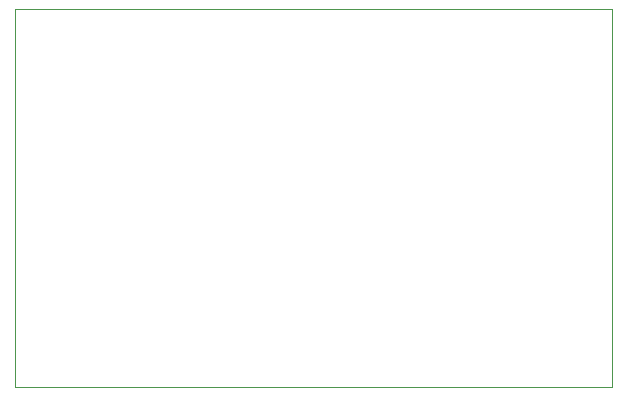
<source format=gbr>
%TF.GenerationSoftware,KiCad,Pcbnew,9.0.3-9.0.3-0~ubuntu24.04.1*%
%TF.CreationDate,2025-08-13T18:32:02-04:00*%
%TF.ProjectId,EngineControlModule_2025_08,456e6769-6e65-4436-9f6e-74726f6c4d6f,rev?*%
%TF.SameCoordinates,Original*%
%TF.FileFunction,Profile,NP*%
%FSLAX46Y46*%
G04 Gerber Fmt 4.6, Leading zero omitted, Abs format (unit mm)*
G04 Created by KiCad (PCBNEW 9.0.3-9.0.3-0~ubuntu24.04.1) date 2025-08-13 18:32:02*
%MOMM*%
%LPD*%
G01*
G04 APERTURE LIST*
%TA.AperFunction,Profile*%
%ADD10C,0.050000*%
%TD*%
G04 APERTURE END LIST*
D10*
X100500000Y-66000000D02*
X151000000Y-66000000D01*
X151000000Y-98000000D01*
X100500000Y-98000000D01*
X100500000Y-66000000D01*
M02*

</source>
